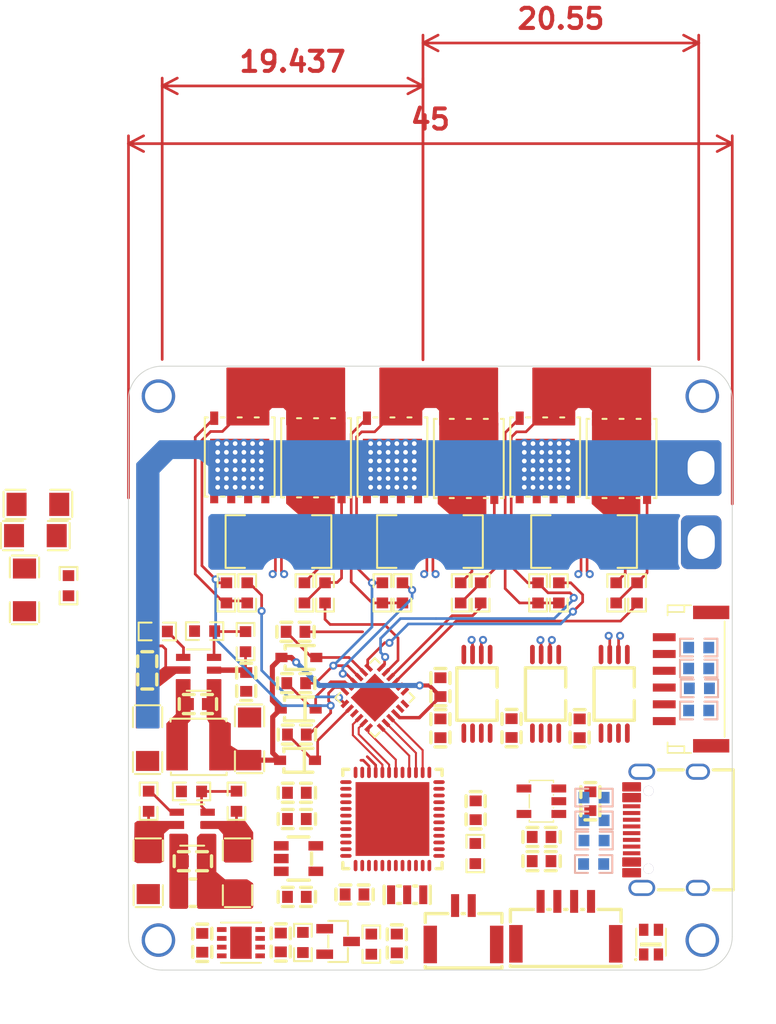
<source format=kicad_pcb>
(kicad_pcb (version 20241229) (generator "pcbnew") (generator_version "9.0")
  (layers (0 "F.Cu" signal) (4 "In1.Cu" signal) (6 "In2.Cu" signal) (2 "B.Cu" signal) (13 "F.Paste" user) (15 "B.Paste" user) (5 "F.SilkS" user "F.Silkscreen") (7 "B.SilkS" user "B.Silkscreen") (1 "F.Mask" user) (3 "B.Mask" user) (25 "Edge.Cuts" user))
  (net 0 "")
  (net 1 "GND")
  (net 2 "DCBUS")
  (net 3 "+12V")
  (net 4 "+5V")
  (net 5 "AGND")
  (net 6 "AVCC")
  (net 7 "VCC")
  (net 8 "/NRST")
  (net 9 "/VB_A")
  (net 10 "/SH_A")
  (net 11 "/VB_B")
  (net 12 "/SH_B")
  (net 13 "/SH_C")
  (net 14 "/VB_C")
  (net 15 "/CAN_H")
  (net 16 "/CAN_L")
  (net 17 "Net-(CN2-Pad2)")
  (net 18 "Net-(CN2-Pad5)")
  (net 19 "Net-(CN2-Pad3)")
  (net 20 "Net-(CN2-Pad4)")
  (net 21 "/GH_A")
  (net 22 "/GL_A")
  (net 23 "IA+")
  (net 24 "/GH_B")
  (net 25 "IB+")
  (net 26 "/GL_B")
  (net 27 "/GH_C")
  (net 28 "/GL_C")
  (net 29 "Net-(USBC1-CC1)")
  (net 30 "Net-(USBC1-CC2)")
  (net 31 "Net-(USBC1-DN2)")
  (net 32 "/USB_DM")
  (net 33 "/SPI1_MOSI")
  (net 34 "/E_CS")
  (net 35 "/SPI1_MISO")
  (net 36 "/SPI1_SCK")
  (net 37 "Net-(USBC1-DP2)")
  (net 38 "/USB_DP")
  (net 42 "/SW_DIO")
  (net 44 "/FDCAN_TX")
  (net 46 "/FDCAN_RX")
  (net 56 "/IB")
  (net 60 "/IC")
  (net 64 "/SPI3_MOSI")
  (net 65 "/O_IN")
  (net 66 "/IA")
  (net 67 "/SW_SCK")
  (net 68 "/O_OUT")
  (net 82 "Net-(Q1-G)")
  (net 83 "Net-(Q2-G)")
  (net 84 "Net-(Q3-G)")
  (net 85 "Net-(Q4-G)")
  (net 86 "Net-(Q5-G)")
  (net 87 "Net-(Q6-G)")
  (net 89 "/LIN3")
  (net 90 "/HIN1")
  (net 91 "/HIN3")
  (net 92 "/LIN2")
  (net 93 "/HIN2")
  (net 94 "/LIN1")
  (net 95 "Net-(U12-SW)")
  (net 96 "Net-(U12-EN)")
  (net 97 "Net-(U12-FB)")
  (net 98 "Net-(U13-SW)")
  (net 99 "Net-(U13-EN)")
  (net 100 "Net-(U13-FB)")
  (net 101 "/IC+")
  (net 102 "PGND")
  (footprint "EasyEDA:C0603" (layer "F.Cu") (at 188.49 130.365 180)
    (property "Reference" "C14" (hide yes))
    (property "Value" "100nf")
  )
  (footprint "EasyEDA:C0603" (layer "F.Cu") (at 180.95 120.465 -90)
    (property "Reference" "C29" (hide yes))
    (property "Value" "10uf")
  )
  (footprint "EasyEDA:C0603" (layer "F.Cu") (at 162.5 130.37 180)
    (property "Reference" "C10" (hide yes))
    (property "Value" "100nf")
  )
  (footprint "MountingHole:MountingHole_2.2mm_M2_DIN965_Pad" (layer "F.Cu") (at 200.375001 106.6)
    (property "Reference" "REF**" (hide yes))
    (property "Value" "MountingHole_2.2mm_M2_DIN965_Pad" (hide yes))
  )
  (footprint "EasyEDA:TSSOP-8_L4.4-W3.0-P0.65-LS6.4-BL" (layer "F.Cu") (at 183.675 117.9 180)
    (property "Reference" "U11" (hide yes))
    (property "Value" "INA240A1PWR")
  )
  (footprint "EasyEDA:R0603" (layer "F.Cu") (at 170.815 110.375 90)
    (property "Reference" "R32" (hide yes))
    (property "Value" "10k")
  )
  (footprint "EasyEDA:R0603" (layer "F.Cu") (at 153.23 109.84 -90)
    (property "Reference" "R35" (hide yes))
    (property "Value" "0r")
  )
  (footprint "EasyEDA:R0603" (layer "F.Cu") (at 163.375 113.225 180)
    (property "Reference" "R37" (hide yes))
    (property "Value" "604k")
  )
  (footprint "EasyEDA:DFN-8_L5.9-W5.2-P1.27-LS6.2-BL" (layer "F.Cu") (at 194.45 100.33)
    (property "Reference" "Q6" (hide yes))
    (property "Value" "HYG025N06LS1C2")
  )
  (footprint "EasyEDA:R0603" (layer "F.Cu") (at 166.55 110.375 -90)
    (property "Reference" "R22" (hide yes))
    (property "Value" "10r")
  )
  (footprint "EasyEDA:SOT-23-5_L3.0-W1.7-P0.95-LS2.8-BR" (layer "F.Cu") (at 188.475 125.9)
    (property "Reference" "U3" (hide yes))
    (property "Value" "LP5907QMFX-3.3Q1")
  )
  (footprint "EasyEDA:R0603" (layer "F.Cu") (at 183.95 110.375 90)
    (property "Reference" "R31" (hide yes))
    (property "Value" "10r")
  )
  (footprint "EasyEDA:C0603" (layer "F.Cu") (at 162.875 118.66 180)
    (property "Reference" "C27" (hide yes))
    (property "Value" "100nf")
  )
  (footprint "EasyEDA:DFN-8_L5.9-W5.2-P1.27-LS6.2-BL" (layer "F.Cu") (at 183.066 100.33)
    (property "Reference" "Q4" (hide yes))
    (property "Value" "HYG025N06LS1C2")
  )
  (footprint "EasyEDA:CONN-TH_2P-P1.25_XUNPU_WAFER-GH1.25-2PWB" (layer "F.Cu") (at 182.6625 135.125)
    (property "Reference" "CN1" (hide yes))
    (property "Value" "GH1.25")
  )
  (footprint "EasyEDA:C0603" (layer "F.Cu") (at 183.575 126.575 90)
    (property "Reference" "C25" (hide yes))
    (property "Value" "100nf")
  )
  (footprint "EasyEDA:C0603" (layer "F.Cu") (at 192.125 125.9 90)
    (property "Reference" "C12" (hide yes))
    (property "Value" "10uf")
  )
  (footprint "EasyEDA:R0603" (layer "F.Cu") (at 178.12 110.375 -90)
    (property "Reference" "R23" (hide yes))
    (property "Value" "10r")
  )
  (footprint "EasyEDA:R0603" (layer "F.Cu") (at 162.4 125.17 180)
    (property "Reference" "R8" (hide yes))
    (property "Value" "124k")
  )
  (footprint "EasyEDA:R0603" (layer "F.Cu") (at 170.7 136.425 90)
    (property "Reference" "R12" (hide yes))
    (property "Value" "120r")
  )
  (footprint "EasyEDA:SOT-23-6_L2.9-W1.6-P0.95-LS2.8-TL" (layer "F.Cu") (at 162.45 127.67 180)
    (property "Reference" "U12" (hide yes))
    (property "Value" "RY8411_C2935411")
  )
  (footprint "EasyEDA:IND-SMD_L4.0-W4.0" (layer "F.Cu") (at 162.925 121.85)
    (property "Reference" "L3" (hide yes))
    (property "Value" "33uh")
  )
  (footprint "EasyEDA:R0603" (layer "F.Cu") (at 165 110.375 90)
    (property "Reference" "R25" (hide yes))
    (property "Value" "10k")
  )
  (footprint "EasyEDA:C0603" (layer "F.Cu") (at 170.25 127.226667 180)
    (property "Reference" "C16" (hide yes))
    (property "Value" "10uf")
  )
  (footprint "EasyEDA:SOT-23-6_L2.9-W1.6-P0.95-LS2.8-TL" (layer "F.Cu") (at 162.9275 116.1325 180)
    (property "Reference" "U13" (hide yes))
    (property "Value" "RY8411_C2935411")
  )
  (footprint "EasyEDA:C0603" (layer "F.Cu") (at 163.2 136.45 90)
    (property "Reference" "C18" (hide yes))
    (property "Value" "100nf")
  )
  (footprint "EasyEDA:LED-SMD_4P-L2.0-W2.0-TL_WS2812B-2020" (layer "F.Cu") (at 196.65 136.4 90)
    (property "Reference" "LED1" (hide yes))
    (property "Value" "WS2812B-2020")
  )
  (footprint "EasyEDA:C0603" (layer "F.Cu") (at 170.25 133.03 180)
    (property "Reference" "C15" (hide yes))
    (property "Value" "10uf")
  )
  (footprint "EasyEDA:R0603" (layer "F.Cu") (at 159.2 125.9 90)
    (property "Reference" "R6" (hide yes))
    (property "Value" "100k")
  )
  (footprint "EasyEDA:R0603" (layer "F.Cu") (at 183.55 129.8 -90)
    (property "Reference" "R34" (hide yes))
    (property "Value" "0r")
  )
  (footprint "EasyEDA:DFN-8_L5.9-W5.2-P1.27-LS6.2-BL" (layer "F.Cu") (at 188.758 100.28 180)
    (property "Reference" "Q5" (hide yes))
    (property "Value" "HYG025N06LS1C2")
  )
  (footprint "EasyEDA:C0603" (layer "F.Cu") (at 159.1 116.15 -90)
    (property "Reference" "C35" (hide yes))
    (property "Value" "100nf")
  )
  (footprint "EasyEDA:DFN-8_L5.9-W5.2-P1.27-LS6.2-BL" (layer "F.Cu") (at 177.374 100.28 180)
    (property "Reference" "Q3" (hide yes))
    (property "Value" "HYG025N06LS1C2")
  )
  (footprint "EasyEDA:C0603" (layer "F.Cu") (at 191.325 120.465 -90)
    (property "Reference" "C31" (hide yes))
    (property "Value" "10uf")
  )
  (footprint "EasyEDA:R0603" (layer "F.Cu") (at 176.625 110.375 90)
    (property "Reference" "R26" (hide yes))
    (property "Value" "10k")
  )
  (footprint "MountingHole:MountingHole_2.2mm_M2_DIN965_Pad" (layer "F.Cu") (at 200.375001 101.05)
    (property "Reference" "REF**" (hide yes))
    (property "Value" "MountingHole_2.2mm_M2_DIN965_Pad" (hide yes))
  )
  (footprint "EasyEDA:R0603" (layer "F.Cu") (at 175.8 136.55 -90)
    (property "Reference" "R9" (hide yes))
    (property "Value" "10k")
  )
  (footprint "EasyEDA:SOT-23-3_L2.9-W1.3-P1.90-LS2.4-BR" (layer "F.Cu") (at 173.325 136.35 180)
    (property "Reference" "D1" (hide yes))
    (property "Value" "NUP2105LT1G_C2890118")
  )
  (footprint "EasyEDA:C1206" (layer "F.Cu") (at 149.95 110.15 90)
    (property "Reference" "C28" (hide yes))
    (property "Value" "22uf")
  )
  (footprint "" (layer "F.Cu") (at 200.4 106.6)
    (property "Reference" "")
    (property "Value" "")
  )
  (footprint "EasyEDA:IND-SMD_L2.5-W2.0" (layer "F.Cu") (at 162.5 132.72 180)
    (property "Reference" "L2" (hide yes))
    (property "Value" "4.7uh")
  )
  (footprint "EasyEDA:R0603" (layer "F.Cu") (at 188.225 110.375 90)
    (property "Reference" "R27" (hide yes))
    (property "Value" "10k")
  )
  (footprint "EasyEDA:C1206" (layer "F.Cu") (at 159.125 121.31 90)
    (property "Reference" "C9" (hide yes))
    (property "Value" "22uf")
  )
  (footprint "EasyEDA:OSC-SMD_3P-L3.2-W1.3-P1.20-L" (layer "F.Cu") (at 178.4725 132.87 180)
    (property "Reference" "X1" (hide yes))
    (property "Value" "8Mhz")
  )
  (footprint "EasyEDA:C0603" (layer "F.Cu") (at 177.7 136.5 -90)
    (property "Reference" "C20" (hide yes))
    (property "Value" "100nf")
  )
  (footprint "EasyEDA:C0603" (layer "F.Cu") (at 170.15 113.275 180)
    (property "Reference" "C22" (hide yes))
    (property "Value" "2uf")
  )
  (footprint "EasyEDA:C0603" (layer "F.Cu") (at 174.55 132.85)
    (property "Reference" "C26" (hide yes))
    (property "Value" "100nf")
  )
  (footprint "EasyEDA:R0603" (layer "F.Cu") (at 172.35 110.375 90)
    (property "Reference" "R33" (hide yes))
    (property "Value" "10r")
  )
  (footprint "EasyEDA:C1206" (layer "F.Cu") (at 150.76 106.11)
    (property "Reference" "C36" (hide yes))
    (property "Value" "22uf")
  )
  (footprint "EasyEDA:SOD-323_L1.6-W1.3-LS2.7-RD" (layer "F.Cu") (at 170.35 119.02 180)
    (property "Reference" "D3" (hide yes))
    (property "Value" "1N5819WS S4")
  )
  (footprint "EasyEDA:TSSOP-8_L4.4-W3.0-P0.65-LS6.4-BL" (layer "F.Cu") (at 193.9 117.9 180)
    (property "Reference" "U9" (hide yes))
    (property "Value" "INA240A1PWR")
  )
  (footprint "EasyEDA:HVSON-8_L3.0-W3.0-P0.65-BL-EP" (layer "F.Cu") (at 166.0825 136.4425 -90)
    (property "Reference" "U6" (hide yes))
    (property "Value" "TJA1044GTK/3Z")
  )
  (footprint "EasyEDA:C1206" (layer "F.Cu") (at 165.825 131.23 90)
    (property "Reference" "C11" (hide yes))
    (property "Value" "44uf")
  )
  (footprint "EasyEDA:C0603" (layer "F.Cu") (at 166.475 117.01 90)
    (property "Reference" "C33" (hide yes))
    (property "Value" "100nf")
  )
  (footprint "EasyEDA:R0603" (layer "F.Cu") (at 194.05 110.375 90)
    (property "Reference" "R29" (hide yes))
    (property "Value" "10k")
  )
  (footprint "" (layer "F.Cu") (at 168.85 94.9)
    (property "Reference" "")
    (property "Value" "")
  )
  (footprint "" (layer "F.Cu") (at 180.225 94.9)
    (property "Reference" "")
    (property "Value" "")
  )
  (footprint "EasyEDA:R0603" (layer "F.Cu") (at 165.75 125.9 -90)
    (property "Reference" "R7" (hide yes))
    (property "Value" "23.7k")
  )
  (footprint "EasyEDA:TSOT-23-5_L2.9-W1.6-P0.95-LS2.8-BR" (layer "F.Cu") (at 170.375 130.173333 180)
    (property "Reference" "U4" (hide yes))
    (property "Value" "XC6210B332MR_C424705")
  )
  (footprint "EasyEDA:C0603" (layer "F.Cu") (at 170.25 125.27)
    (property "Reference" "C17" (hide yes))
    (property "Value" "100nf")
  )
  (footprint "EasyEDA:TSSOP-8_L4.4-W3.0-P0.65-LS6.4-BL" (layer "F.Cu") (at 188.7875 117.9 180)
    (property "Reference" "U10" (hide yes))
    (property "Value" "INA240A1PWR")
  )
  (footprint "EasyEDA:CONN-SMD_4P-P1.25_XUNPU_WAFER-GH1.25-4PWB" (layer "F.Cu") (at 190.295 134.945)
    (property "Reference" "U7" (hide yes))
    (property "Value" "GH1.25-4P")
  )
  (footprint "EasyEDA:R2512" (layer "F.Cu") (at 191.655 106.55 180)
    (property "Reference" "R21" (hide yes))
    (property "Value" "3mr")
  )
  (footprint "EasyEDA:C1206" (layer "F.Cu") (at 159.175 131.23 90)
    (property "Reference" "C8" (hide yes))
    (property "Value" "22uf")
  )
  (footprint "EasyEDA:C0603" (layer "F.Cu") (at 180.95 117.4 -90)
    (property "Reference" "C21" (hide yes))
    (property "Value" "10uf")
  )
  (footprint "EasyEDA:C0603" (layer "F.Cu") (at 170.2 117.105 180)
    (property "Reference" "C23" (hide yes))
    (property "Value" "2uf")
  )
  (footprint "EasyEDA:SOD-323_L1.6-W1.3-LS2.7-RD" (layer "F.Cu") (at 170.3 122.85 180)
    (property "Reference" "D4" (hide yes))
    (property "Value" "1N5819WS S4")
  )
  (footprint "EasyEDA:R0603" (layer "F.Cu") (at 189.775 110.375 -90)
    (property "Reference" "R24" (hide yes))
    (property "Value" "10r")
  )
  (footprint "EasyEDA:R2512" (layer "F.Cu") (at 168.88 106.55 180)
    (property "Reference" "R19" (hide yes))
    (property "Value" "3mr")
  )
  (footprint "EasyEDA:C0603" (layer "F.Cu") (at 169.05 136.425 90)
    (property "Reference" "C19" (hide yes))
    (property "Value" "100nf")
  )
  (footprint "EasyEDA:C1206" (layer "F.Cu") (at 150.95 103.78)
    (property "Reference" "C32" (hide yes))
    (property "Value" "22uf")
  )
  (footprint "EasyEDA:SOD-323_L1.6-W1.3-LS2.7-RD" (layer "F.Cu") (at 170.4 115.19 180)
    (property "Reference" "D2" (hide yes))
    (property "Value" "1N5819WS S4")
  )
  (footprint "EasyEDA:C0603" (layer "F.Cu") (at 186.25 120.45 -90)
    (property "Reference" "C30" (hide yes))
    (property "Value" "10uf")
  )
  (footprint "EasyEDA:R2512" (layer "F.Cu") (at 180.1705 106.55 180)
    (property "Reference" "R20" (hide yes))
    (property "Value" "3mr")
  )
  (footprint "" (layer "F.Cu") (at 191.6 94.9)
    (property "Reference" "")
    (property "Value" "")
  )
  (footprint "EasyEDA:C1206" (layer "F.Cu") (at 166.725 121.25 90)
    (property "Reference" "C34" (hide yes))
    (property "Value" "44uf")
  )
  (footprint "EasyEDA:QFN-24_L4.0-W4.0-P0.50-BL-EP2.6" (layer "F.Cu") (at 176.065543 118.180904 45)
    (property "Reference" "U8" (hide yes))
    (property "Value" "FD6288Q_C328453")
  )
  (footprint "EasyEDA:USB-C_SMD-TYPE-C-31-M-12_1" (layer "F.Cu") (at 197.67 128.03 90)
    (property "Reference" "USBC1" (hide yes))
    (property "Value" "TYPE-C-31-M-12")
  )
  (footprint "EasyEDA:C0603" (layer "F.Cu") (at 188.49 128.565 180)
    (property "Reference" "C13" (hide yes))
    (property "Value" "10uf")
  )
  (footprint "EasyEDA:DFN-8_L5.9-W5.2-P1.27-LS6.2-BL" (layer "F.Cu") (at 165.99 100.28 180)
    (property "Reference" "Q1" (hide yes))
    (property "Value" "HYG025N06LS1C2")
  )
  (footprint "EasyEDA:R0603" (layer "F.Cu") (at 195.605 110.375 90)
    (property "Reference" "R28" (hide yes))
    (property "Value" "10r")
  )
  (footprint "EasyEDA:DFN-8_L5.9-W5.2-P1.27-LS6.2-BL" (layer "F.Cu") (at 171.682 100.28)
    (property "Reference" "Q2" (hide yes))
    (property "Value" "HYG025N06LS1C2")
  )
  (footprint "EasyEDA:CONN-TH_SM06B-GHS-TB-LF-SN" (layer "F.Cu") (at 199.38 116.8 90)
    (property "Reference" "CN2" (hide yes))
    (property "Value" "SM06B-GHS-TB(LF)(SN)")
  )
  (footprint "EasyEDA:VQFN-48_L7.0-W7.0-P0.50-BL-EP5.5" (layer "F.Cu") (at 177.375 127.225)
    (property "Reference" "U5" (hide yes))
    (property "Value" "STM32G431CBU6")
  )
  (footprint "EasyEDA:R0603" (layer "F.Cu") (at 159.85 113.25)
    (property "Reference" "R36" (hide yes))
    (property "Value" "100k")
  )
  (footprint "EasyEDA:R0603" (layer "F.Cu") (at 166.425 114.01 -90)
    (property "Reference" "R38" (hide yes))
    (property "Value" "43k")
  )
  (footprint "EasyEDA:C0603" (layer "F.Cu") (at 170.25 120.935 180)
    (property "Reference" "C24" (hide yes))
    (property "Value" "2uf")
  )
  (footprint "EasyEDA:R0603" (layer "F.Cu") (at 182.46 110.375 90)
    (property "Reference" "R30" (hide yes))
    (property "Value" "10k")
  )
  (footprint "EasyEDA:R0603" (layer "B.Cu") (at 192.3975 127.33 180)
    (property "Reference" "R10" (hide yes))
    (property "Value" "4.7k")
  )
  (footprint "EasyEDA:R0603" (layer "B.Cu") (at 200.2 114.45 180)
    (property "Reference" "R14" (hide yes))
    (property "Value" "22r")
  )
  (footprint "EasyEDA:R0603" (layer "B.Cu") (at 200.2 119.14 180)
    (property "Reference" "R17" (hide yes))
    (property "Value" "22r")
  )
  (footprint "EasyEDA:R0603" (layer "B.Cu") (at 200.2 116.01 180)
    (property "Reference" "R15" (hide yes))
    (property "Value" "22r")
  )
  (footprint "EasyEDA:R0603" (layer "B.Cu") (at 192.3975 125.63 180)
    (property "Reference" "R13" (hide yes))
    (property "Value" "22r")
  )
  (footprint "EasyEDA:R0603" (layer "B.Cu") (at 192.3975 128.83 180)
    (property "Reference" "R11" (hide yes))
    (property "Value" "4.7k")
  )
  (footprint "EasyEDA:R0603" (layer "B.Cu") (at 200.25 117.49 180)
    (property "Reference" "R16" (hide yes))
    (property "Value" "22r")
  )
  (footprint "EasyEDA:R0603" (layer "B.Cu") (at 192.37 130.58 180)
    (property "Reference" "R18" (hide yes))
    (property "Value" "22r")
  )
  (gr_line (start 202.7 135.982234) (end 202.7 95.982234) (stroke (width 0.064516)) (layer "Edge.Cuts"))
  (gr_line (start 157.7 135.982233) (end 157.7 95.982235) (stroke (width 0.064516)) (layer "Edge.Cuts"))
  (gr_arc (start 202.7 135.982234) (mid 201.967767 137.750001) (end 200.2 138.482234) (stroke (width 0.064516)) (layer "Edge.Cuts"))
  (gr_arc (start 160.199999 138.482234) (mid 158.432232 137.75) (end 157.7 135.982233) (stroke (width 0.064516)) (layer "Edge.Cuts"))
  (gr_circle (center 181.2 118.807234) (end 181.21 118.807234) (stroke (width 0.0001)) (fill yes) (layer "Edge.Cuts"))
  (gr_line (start 160.199999 138.482234) (end 200.2 138.482234) (stroke (width 0.064516)) (layer "Edge.Cuts"))
  (gr_arc (start 200.2 93.482234) (mid 201.967767 94.214467) (end 202.7 95.982234) (stroke (width 0.064516)) (layer "Edge.Cuts"))
  (gr_line (start 179.65 93.482234) (end 200.2 93.482234) (stroke (width 0.064516)) (layer "Edge.Cuts"))
  (gr_line (start 160.2 93.482234) (end 179.65 93.482234) (stroke (width 0.064516)) (layer "Edge.Cuts"))
  (gr_arc (start 157.7 95.982235) (mid 158.432233 94.214467) (end 160.2 93.482234) (stroke (width 0.064516)) (layer "Edge.Cuts"))
  (dimension (type orthogonal) (layer "F.Cu") (pts (xy 179.65 93.5) (xy 200.2 93.482234)) (height -24.1) (orientation 0) (format (prefix "") (suffix "") (units 3) (units_format 0) (precision 4) (suppress_zeroes yes)) (style (thickness 0.2) (arrow_length 1.27) (text_position_mode 0) (arrow_direction outward) (extension_height 0.58642) (extension_offset 0.5) (keep_text_aligned yes)) (gr_text "20.55" (at 189.925 67.6 0) (layer "F.Cu") (effects (font (size 1.5 1.5) (thickness 0.3)))))
  (dimension (type orthogonal) (layer "F.Cu") (pts (xy 160.213038 93.482234) (xy 179.65 93.5)) (height -20.882234) (orientation 0) (format (prefix "") (suffix "") (units 3) (units_format 0) (precision 4) (suppress_zeroes yes)) (style (thickness 0.2) (arrow_length 1.27) (text_position_mode 0) (arrow_direction outward) (extension_height 0.58642) (extension_offset 0.5) (keep_text_aligned yes)) (gr_text "19.437" (at 169.931519 70.8 0) (layer "F.Cu") (effects (font (size 1.5 1.5) (thickness 0.3)))))
  (dimension (type orthogonal) (layer "F.Cu") (pts (xy 157.7 103.8) (xy 202.7 104.25)) (height -26.9) (orientation 0) (format (prefix "") (suffix "") (units 3) (units_format 0) (precision 4) (suppress_zeroes yes)) (style (thickness 0.2) (arrow_length 1.27) (text_position_mode 0) (arrow_direction outward) (extension_height 0.58642) (extension_offset 0.5) (keep_text_aligned yes)) (gr_text "45" (at 180.2 75.1 0) (layer "F.Cu") (effects (font (size 1.5 1.5) (thickness 0.3)))))
  (via (at 159.932233 95.714434) (size 2.5) (drill 2) (layers "F.Cu" "B.Cu") (net 0))
  (via (at 159.932232 136.250013) (size 2.5) (drill 2) (layers "F.Cu" "B.Cu") (net 0))
  (via (at 200.467767 136.250001) (size 2.5) (drill 2) (layers "F.Cu" "B.Cu") (net 0))
  (segment (start 166.2975 116.1325) (end 166.475 116.31) (width 0.4064) (layer "F.Cu") (net 1))
  (segment (start 164.0775 116.1325) (end 166.2975 116.1325) (width 0.4064) (layer "F.Cu") (net 1))
  (segment (start 166.425 116.26) (end 166.475 116.31) (width 0.2) (layer "F.Cu") (net 1))
  (segment (start 165.75 126.65) (end 165.75 127.57) (width 0.2) (layer "F.Cu") (net 1))
  (segment (start 166.425 114.76) (end 166.425 116.26) (width 0.2) (layer "F.Cu") (net 1))
  (segment (start 159.6 114.325) (end 160.225 114.325) (width 0.2032) (layer "F.Cu") (net 2))
  (segment (start 160.475 114.575) (end 160.475 115.975) (width 0.2032) (layer "F.Cu") (net 2))
  (segment (start 160.225 114.325) (end 160.475 114.575) (width 0.2032) (layer "F.Cu") (net 2))
  (segment (start 159.375 114.325) (end 159.6 114.325) (width 0.2032) (layer "F.Cu") (net 2))
  (segment (start 159.1 113.25) (end 159.1 114.05) (width 0.2032) (layer "F.Cu") (net 2))
  (segment (start 159.1 114.05) (end 159.375 114.325) (width 0.2032) (layer "F.Cu") (net 2))
  (via (at 176.4 102.5) (size 0.7) (drill 0.35) (layers "F.Cu" "B.Cu") (net 2))
  (via (at 166.3 102.5) (size 0.7) (drill 0.35) (layers "F.Cu" "B.Cu") (net 2))
  (via (at 166.3 99.25) (size 0.7) (drill 0.35) (layers "F.Cu" "B.Cu") (net 2))
  (via (at 165.65 100.55) (size 0.7) (drill 0.35) (layers "F.Cu" "B.Cu") (net 2))
  (via (at 187.85 99.25) (size 0.7) (drill 0.35) (layers "F.Cu" "B.Cu") (net 2))
  (via (at 188.5 102.5) (size 0.7) (drill 0.35) (layers "F.Cu" "B.Cu") (net 2))
  (via (at 189.15 99.9) (size 0.7) (drill 0.35) (layers "F.Cu" "B.Cu") (net 2))
  (via (at 176.4 101.2) (size 0.7) (drill 0.35) (layers "F.Cu" "B.Cu") (net 2))
  (via (at 165 102.5) (size 0.7) (drill 0.35) (layers "F.Cu" "B.Cu") (net 2))
  (via (at 190.45 101.2) (size 0.7) (drill 0.35) (layers "F.Cu" "B.Cu") (net 2))
  (via (at 188.5 100.55) (size 0.7) (drill 0.35) (layers "F.Cu" "B.Cu") (net 2))
  (via (at 176.4 99.25) (size 0.7) (drill 0.35) (layers "F.Cu" "B.Cu") (net 2))
  (via (at 188.5 101.85) (size 0.7) (drill 0.35) (layers "F.Cu" "B.Cu") (net 2))
  (via (at 166.3 101.85) (size 0.7) (drill 0.35) (layers "F.Cu" "B.Cu") (net 2))
  (via (at 165.65 99.25) (size 0.7) (drill 0.35) (layers "F.Cu" "B.Cu") (net 2))
  (via (at 189.8 100.55) (size 0.7) (drill 0.35) (layers "F.Cu" "B.Cu") (net 2))
  (via (at 189.15 101.2) (size 0.7) (drill 0.35) (layers "F.Cu" "B.Cu") (net 2))
  (via (at 175.75 99.25) (size 0.7) (drill 0.35) (layers "F.Cu" "B.Cu") (net 2))
  (via (at 177.05 99.25) (size 0.7) (drill 0.35) (layers "F.Cu" "B.Cu") (net 2))
  (via (at 176.4 99.9) (size 0.7) (drill 0.35) (layers "F.Cu" "B.Cu") (net 2))
  (via (at 175.75 101.2) (size 0.7) (drill 0.35) (layers "F.Cu" "B.Cu") (net 2))
  (via (at 189.15 100.55) (size 0.7) (drill 0.35) (layers "F.Cu" "B.Cu") (net 2))
  (via (at 165 101.85) (size 0.7) (drill 0.35) (layers "F.Cu" "B.Cu") (net 2))
  (via (at 166.95 101.85) (size 0.7) (drill 0.35) (layers "F.Cu" "B.Cu") (net 2))
  (via (at 177.05 101.85) (size 0.7) (drill 0.35) (layers "F.Cu" "B.Cu") (net 2))
  (via (at 187.85 99.9) (size 0.7) (drill 0.35) (layers "F.Cu" "B.Cu") (net 2))
  (via (at 178.35 101.85) (size 0.7) (drill 0.35) (layers "F.Cu" "B.Cu") (net 2))
  (via (at 166.3 99.9) (size 0.7) (drill 0.35) (layers "F.Cu" "B.Cu") (net 2))
  (via (at 188.5 99.9) (size 0.7) (drill 0.35) (layers "F.Cu" "B.Cu") (net 2))
  (via (at 165.65 101.2) (size 0.7) (drill 0.35) (layers "F.Cu" "B.Cu") (net 2))
  (via (at 187.2 99.9) (size 0.7) (drill 0.35) (layers "F.Cu" "B.Cu") (net 2))
  (via (at 165 99.25) (size 0.7) (drill 0.35) (layers "F.Cu" "B.Cu") (net 2))
  (via (at 164.35 101.85) (size 0.7) (drill 0.35) (layers "F.Cu" "B.Cu") (net 2))
  (via (at 165.65 101.85) (size 0.7) (drill 0.35) (layers "F.Cu" "B.Cu") (net 2))
  (via (at 164.35 100.55) (size 0.7) (drill 0.35) (layers "F.Cu" "B.Cu") (net 2))
  (via (at 177.7 99.25) (size 0.7) (drill 0.35) (layers "F.Cu" "B.Cu") (net 2))
  (via (at 166.3 100.55) (size 0.7) (drill 0.35) (layers "F.Cu" "B.Cu") (net 2))
  (via (at 190.45 100.55) (size 0.7) (drill 0.35) (layers "F.Cu" "B.Cu") (net 2))
  (via (at 187.2 100.55) (size 0.7) (drill 0.35) (layers "F.Cu" "B.Cu") (net 2))
  (via (at 176.4 100.55) (size 0.7) (drill 0.35) (layers "F.Cu" "B.Cu") (net 2))
  (via (at 189.8 101.2) (size 0.7) (drill 0.35) (layers "F.Cu" "B.Cu") (net 2))
  (via (at 167.6 102.5) (size 0.7) (drill 0.35) (layers "F.Cu" "B.Cu") (net 2))
  (via (at 189.8 99.9) (size 0.7) (drill 0.35) (layers "F.Cu" "B.Cu") (net 2))
  (via (at 165.65 102.5) (size 0.7) (drill 0.35) (layers "F.Cu" "B.Cu") (net 2))
  (via (at 188.5 101.2) (size 0.7) (drill 0.35) (layers "F.Cu" "B.Cu") (net 2))
  (via (at 177.7 102.5) (size 0.7) (drill 0.35) (layers "F.Cu" "B.Cu") (net 2))
  (via (at 188.5 99.25) (size 0.7) (drill 0.35) (layers "F.Cu" "B.Cu") (net 2))
  (via (at 166.95 102.5) (size 0.7) (drill 0.35) (layers "F.Cu" "B.Cu") (net 2))
  (via (at 179 102.5) (size 0.7) (drill 0.35) (layers "F.Cu" "B.Cu") (net 2))
  (via (at 166.95 99.25) (size 0.7) (drill 0.35) (layers "F.Cu" "B.Cu") (net 2))
  (via (at 189.15 99.25) (size 0.7) (drill 0.35) (layers "F.Cu" "B.Cu") (net 2))
  (via (at 187.2 101.2) (size 0.7) (drill 0.35) (layers "F.Cu" "B.Cu") (net 2))
  (via (at 189.15 101.85) (size 0.7) (drill 0.35) (layers "F.Cu" "B.Cu") (net 2))
  (via (at 189.8 101.85) (size 0.7) (drill 0.35) (layers "F.Cu" "B.Cu") (net 2))
  (via (at 167.6 100.55) (size 0.7) (drill 0.35) (layers "F.Cu" "B.Cu") (net 2))
  (via (at 200.467767 95.714482) (size 2.5) (drill 2) (layers "F.Cu" "B.Cu") (net 2))
  (via (at 187.85 101.85) (size 0.7) (drill 0.35) (layers "F.Cu" "B.Cu") (net 2))
  (via (at 189.15 102.5) (size 0.7) (drill 0.35) (layers "F.Cu" "B.Cu") (net 2))
  (via (at 179 101.85) (size 0.7) (drill 0.35) (layers "F.Cu" "B.Cu") (net 2))
  (via (at 175.75 102.5) (size 0.7) (drill 0.35) (layers "F.Cu" "B.Cu") (net 2))
  (via (at 179 99.9) (size 0.7) (drill 0.35) (layers "F.Cu" "B.Cu") (net 2))
  (via (at 187.2 102.5) (size 0.7) (drill 0.35) (layers "F.Cu" "B.Cu") (net 2))
  (via (at 177.05 102.5) (size 0.7) (drill 0.35) (layers "F.Cu" "B.Cu") (net 2))
  (via (at 178.35 101.2) (size 0.7) (drill 0.35) (layers "F.Cu" "B.Cu") (net 2))
  (via (at 189.8 99.25) (size 0.7) (drill 0.35) (layers "F.Cu" "B.Cu") (net 2))
  (via (at 178.35 102.5) (size 0.7) (drill 0.35) (layers "F.Cu" "B.Cu") (net 2))
  (via (at 179 101.2) (size 0.7) (drill 0.35) (layers "F.Cu" "B.Cu") (net 2))
  (via (at 177.7 100.55) (size 0.7) (drill 0.35) (layers "F.Cu" "B.Cu") (net 2))
  (via (at 179 100.55) (size 0.7) (drill 0.35) (layers "F.Cu" "B.Cu") (net 2))
  (via (at 166.3 101.2) (size 0.7) (drill 0.35) (layers "F.Cu" "B.Cu") (net 2))
  (via (at 164.35 102.5) (size 0.7) (drill 0.35) (layers "F.Cu" "B.Cu") (net 2))
  (via (at 190.45 102.5) (size 0.7) (drill 0.35) (layers "F.Cu" "B.Cu") (net 2))
  (via (at 190.45 99.9) (size 0.7) (drill 0.35) (layers "F.Cu" "B.Cu") (net 2))
  (via (at 190.45 101.85) (size 0.7) (drill 0.35) (layers "F.Cu" "B.Cu") (net 2))
  (via (at 175.75 101.85) (size 0.7) (drill 0.35) (layers "F.Cu" "B.Cu") (net 2))
  (via (at 189.8 102.5) (size 0.7) (drill 0.35) (layers "F.Cu" "B.Cu") (net 2))
  (via (at 178.35 99.25) (size 0.7) (drill 0.35) (layers "F.Cu" "B.Cu") (net 2))
  (via (at 164.35 101.2) (size 0.7) (drill 0.35) (layers "F.Cu" "B.Cu") (net 2))
  (via (at 178.35 100.55) (size 0.7) (drill 0.35) (layers "F.Cu" "B.Cu") (net 2))
  (via (at 179 99.25) (size 0.7) (drill 0.35) (layers "F.Cu" "B.Cu") (net 2))
  (via (at 177.05 99.9) (size 0.7) (drill 0.35) (layers "F.Cu" "B.Cu") (net 2))
  (via (at 187.85 102.5) (size 0.7) (drill 0.35) (layers "F.Cu" "B.Cu") (net 2))
  (via (at 167.6 101.85) (size 0.7) (drill 0.35) (layers "F.Cu" "B.Cu") (net 2))
  (via (at 167.6 101.2) (size 0.7) (drill 0.35) (layers "F.Cu" "B.Cu") (net 2))
  (via (at 166.95 100.55) (size 0.7) (drill 0.35) (layers "F.Cu" "B.Cu") (net 2))
  (via (at 165 99.9) (size 0.7) (drill 0.35) (layers "F.Cu" "B.Cu") (net 2))
  (via (at 177.05 101.2) (size 0.7) (drill 0.35) (layers "F.Cu" "B.Cu") (net 2))
  (via (at 166.95 99.9) (size 0.7) (drill 0.35) (layers "F.Cu" "B.Cu") (net 2))
  (via (at 164.35 99.25) (size 0.7) (drill 0.35) (layers "F.Cu" "B.Cu") (net 2))
  (via (at 165 100.55) (size 0.7) (drill 0.35) (layers "F.Cu" "B.Cu") (net 2))
  (via (at 165.65 99.9) (size 0.7) (drill 0.35) (layers "F.Cu" "B.Cu") (net 2))
  (via (at 177.7 101.85) (size 0.7) (drill 0.35) (layers "F.Cu" "B.Cu") (net 2))
  (via (at 187.85 101.2) (size 0.7) (drill 0.35) (layers "F.Cu" "B.Cu") (net 2))
  (via (at 177.7 99.9) (size 0.7) (drill 0.35) (layers "F.Cu" "B.Cu") (net 2))
  (via (at 167.6 99.25) (size 0.7) (drill 0.35) (layers "F.Cu" "B.Cu") (net 2))
  (via (at 178.35 99.9) (size 0.7) (drill 0.35) (layers "F.Cu" "B.Cu") (net 2))
  (via (at 166.95 101.2) (size 0.7) (drill 0.35) (layers "F.Cu" "B.Cu") (net 2))
  (via (at 177.05 100.55) (size 0.7) (drill 0.35) (layers "F.Cu" "B.Cu") (net 2))
  (via (at 164.35 99.9) (size 0.7) (drill 0.35) (layers "F.Cu" "B.Cu") (net 2))
  (via (at 176.4 101.85) (size 0.7) (drill 0.35) (layers "F.Cu" "B.Cu") (net 2))
  (via (at 187.85 100.55) (size 0.7) (drill 0.35) (layers "F.Cu" "B.Cu") (net 2))
  (via (at 167.6 99.9) (size 0.7) (drill 0.35) (layers "F.Cu" "B.Cu") (net 2))
  (via (at 165 101.2) (size 0.7) (drill 0.35) (layers "F.Cu" "B.Cu") (net 2))
  (via (at 177.7 101.2) (size 0.7) (drill 0.35) (layers "F.Cu" "B.Cu") (net 2))
  (via (at 175.75 100.55) (size 0.7) (drill 0.35) (layers "F.Cu" "B.Cu") (net 2))
  (via (at 190.45 99.25) (size 0.7) (drill 0.35) (layers "F.Cu" "B.Cu") (net 2))
  (via (at 187.2 99.25) (size 0.7) (drill 0.35) (layers "F.Cu" "B.Cu") (net 2))
  (via (at 175.75 99.9) (size 0.7) (drill 0.35) (layers "F.Cu" "B.Cu") (net 2))
  (via (at 187.2 101.85) (size 0.7) (drill 0.35) (layers "F.Cu" "B.Cu") (net 2))
  (segment (start 169.05 119.02) (end 168.425 118.395) (width 0.381) (layer "F.Cu") (net 3))
  (segment (start 177.913193 119.675) (end 179.375 119.675) (width 0.254) (layer "F.Cu") (net 3))
  (segment (start 168.45 122.3) (end 168.45 119.62) (width 0.381) (layer "F.Cu") (net 3))
  (segment (start 168.45 119.62) (end 169.05 119.02) (width 0.381) (layer "F.Cu") (net 3))
  (segment (start 169.84 115.19) (end 170.2 115.55) (width 0.381) (layer "F.Cu") (net 3))
  (segment (start 159.2 126.65) (end 159.2 127.62) (width 0.2) (layer "F.Cu") (net 3))
  (segment (start 180.125 117.275) (end 180.95 118.1) (width 0.3048) (layer "F.Cu") (net 3))
  (segment (start 169 122.85) (end 168.45 122.3) (width 0.381) (layer "F.Cu") (net 3))
  (segment (start 169.1 115.19) (end 169.84 115.19) (width 0.381) (layer "F.Cu") (net 3))
  (segment (start 168.425 115.865) (end 169.1 115.19) (width 0.381) (layer "F.Cu") (net 3))
  (segment (start 168.99 122.84) (end 169 122.85) (width 0.381) (layer "F.Cu") (net 3))
  (segment (start 179.4 117.275) (end 180.125 117.275) (width 0.3048) (layer "F.Cu") (net 3))
  (segment (start 179.375 119.675) (end 180.95 118.1) (width 0.254) (layer "F.Cu") (net 3))
  (segment (start 168.425 118.395) (end 168.425 115.865) (width 0.381) (layer "F.Cu") (net 3))
  (segment (start 166.725 122.84) (end 168.99 122.84) (width 0.381) (layer "F.Cu") (net 3))
  (segment (start 177.592894 119.354701) (end 177.913193 119.675) (width 0.254) (layer "F.Cu") (net 3))
  (via (at 170.2 115.55) (size 0.6) (drill 0.3) (layers "F.Cu" "B.Cu") (net 3))
  (via (at 179.4 117.275) (size 0.6) (drill 0.3) (layers "F.Cu" "B.Cu") (net 3))
  (segment (start 171.925 117.275) (end 170.2 115.55) (width 0.381) (layer "B.Cu") (net 3))
  (segment (start 179.4 117.275) (end 171.925 117.275) (width 0.381) (layer "B.Cu") (net 3))
  (segment (start 175.245299 116.3) (end 174.135299 115.19) (width 0.2) (layer "F.Cu") (net 9))
  (segment (start 171.365 115.19) (end 169.45 113.275) (width 0.2) (layer "F.Cu") (net 9))
  (segment (start 174.135299 115.19) (end 171.7 115.19) (width 0.2) (layer "F.Cu") (net 9))
  (segment (start 171.7 115.19) (end 171.365 115.19) (width 0.2) (layer "F.Cu") (net 9))
  (segment (start 190.885 110.645) (end 190.61 110.37) (width 0.2) (layer "F.Cu") (net 10))
  (segment (start 190.885 110.745) (end 190.885 110.645) (width 0.2) (layer "F.Cu") (net 10))
  (segment (start 186.625 98.375) (end 187.325 98.375) (width 0.2) (layer "F.Cu") (net 10))
  (segment (start 186.225 98.775) (end 186.625 98.375) (width 0.2) (layer "F.Cu") (net 10))
  (segment (start 175.15 113.275) (end 170.85 113.275) (width 0.2) (layer "F.Cu") (net 10))
  (segment (start 176.83 115.04) (end 176.87 115) (width 0.2) (layer "F.Cu") (net 10))
  (segment (start 176.79 115.68868) (end 176.532233 115.946447) (width 0.2) (layer "F.Cu") (net 10))
  (segment (start 188.128 97.572) (end 188.128 97.36) (width 0.2) (layer "F.Cu") (net 10))
  (segment (start 187.45 109.625) (end 186.225 108.4) (width 0.2) (layer "F.Cu") (net 10))
  (segment (start 186.225 108.4) (end 186.225 98.775) (width 0.2) (layer "F.Cu") (net 10))
  (segment (start 188.97 110.37) (end 188.225 109.625) (width 0.2) (layer "F.Cu") (net 10))
  (segment (start 176.83 115.15) (end 176.79 115.19) (width 0.2) (layer "F.Cu") (net 10))
  (segment (start 190.61 110.37) (end 188.97 110.37) (width 0.2) (layer "F.Cu") (net 10))
  (segment (start 176.79 115.19) (end 176.79 115.68868) (width 0.2) (layer "F.Cu") (net 10))
  (segment (start 188.225 109.625) (end 187.45 109.625) (width 0.2) (layer "F.Cu") (net 10))
  (segment (start 187.325 98.375) (end 188.128 97.572) (width 0.2) (layer "F.Cu") (net 10))
  (segment (start 176.83 115.15) (end 176.83 115.04) (width 0.2) (layer "F.Cu") (net 10))
  (via (at 190.885 110.745) (size 0.6) (drill 0.3) (layers "F.Cu" "B.Cu") (net 10))
  (via (at 176.83 115.15) (size 0.6) (drill 0.3) (layers "F.Cu" "B.Cu") (net 10))
  (segment (start 180.62 112.289) (end 188.91 112.289) (width 0.2) (layer "B.Cu") (net 10))
  (segment (start 189.441 112.289) (end 190.53 111.2) (width 0.2) (layer "B.Cu") (net 10))
  (segment (start 177.971 112.289) (end 180.62 112.289) (width 0.2) (layer "B.Cu") (net 10))
  (segment (start 176.49 113.77) (end 177.971 112.289) (width 0.2) (layer "B.Cu") (net 10))
  (segment (start 188.91 112.289) (end 189.441 112.289) (width 0.2) (layer "B.Cu") (net 10))
  (segment (start 190.53 111.2) (end 190.94 110.79) (width 0.2) (layer "B.Cu") (net 10))
  (segment (start 176.49 114.81) (end 176.49 113.77) (width 0.2) (layer "B.Cu") (net 10))
  (segment (start 176.83 115.15) (end 176.49 114.81) (width 0.2) (layer "B.Cu") (net 10))
  (segment (start 172.775 117) (end 171.65 118.125) (width 0.2) (layer "F.Cu") (net 11))
  (segment (start 171.65 119.02) (end 171.415 119.02) (width 0.2032) (layer "F.Cu") (net 11))
  (segment (start 174.184639 117.36066) (end 173.823979 117) (width 0.2) (layer "F.Cu") (net 11))
  (segment (start 171.65 118.125) (end 171.65 119.02) (width 0.2) (layer "F.Cu") (net 11))
  (segment (start 171.415 119.02) (end 169.5 117.105) (width 0.2032) (layer "F.Cu") (net 11))
  (segment (start 173.823979 117) (end 172.775 117) (width 0.2) (layer "F.Cu") (net 11))
  (segment (start 176.05 98.375) (end 176.744 97.681) (width 0.2) (layer "F.Cu") (net 12))
  (segment (start 171.645 117.105) (end 170.9 117.105) (width 0.2) (layer "F.Cu") (net 12))
  (segment (start 175.082 98.375) (end 176.05 98.375) (width 0.2) (layer "F.Cu") (net 12))
  (segment (start 176.625 109.625) (end 175.85 109.625) (width 0.2) (layer "F.Cu") (net 12))
  (segment (start 174.701 108.476) (end 174.701 98.756) (width 0.2) (layer "F.Cu") (net 12))
  (segment (start 175.85 109.625) (end 174.701 108.476) (width 0.2) (layer "F.Cu") (net 12))
  (segment (start 172.97 115.799) (end 172.951 115.799) (width 0.2) (layer "F.Cu") (net 12))
  (segment (start 172.951 115.799) (end 171.645 117.105) (width 0.2) (layer "F.Cu") (net 12))
  (segment (start 176.744 97.681) (end 176.744 97.36) (width 0.2) (layer "F.Cu") (net 12))
  (segment (start 174.037193 115.799) (end 172.97 115.799) (width 0.2) (layer "F.Cu") (net 12))
  (segment (start 174.701 98.756) (end 175.082 98.375) (width 0.2) (layer "F.Cu") (net 12))
  (segment (start 174.891746 116.653553) (end 174.037193 115.799) (width 0.2) (layer "F.Cu") (net 12))
  (via (at 172.97 115.799) (size 0.6) (drill 0.3) (layers "F.Cu" "B.Cu") (net 12))
  (via (at 175.85 109.625) (size 0.6) (drill 0.3) (layers "F.Cu" "B.Cu") (net 12))
  (segment (start 175.85 112.919) (end 172.97 115.799) (width 0.2) (layer "B.Cu") (net 12))
  (segment (start 175.85 109.625) (end 175.85 112.919) (width 0.2) (layer "B.Cu") (net 12))
  (segment (start 172.77 119.32) (end 171.98 120.11) (width 0.2) (layer "F.Cu") (net 13))
  (segment (start 172.77 118.59) (end 172.77 118.78) (width 0.2) (layer "F.Cu") (net 13))
  (segment (start 172.62 117.84) (end 172.62 118.44) (width 0.2) (layer "F.Cu") (net 13))
  (segment (start 164.85 109.625) (end 164.45 109.625) (width 0.2) (layer "F.Cu") (net 13))
  (segment (start 165 109.475) (end 164.85 109.625) (width 0.2) (layer "F.Cu") (net 13))
  (segment (start 173.831086 117.714214) (end 173.541872 117.425) (width 0.2) (layer "F.Cu") (net 13))
  (segment (start 173.541872 117.425) (end 173.035 117.425) (width 0.2) (layer "F.Cu") (net 13))
  (segment (start 163.827 98.35) (end 164.7 98.35) (width 0.2) (layer "F.Cu") (net 13))
  (segment (start 172.77 118.78) (end 172.77 119.32) (width 0.2) (layer "F.Cu") (net 13))
  (segment (start 163.175 99.002) (end 163.827 98.35) (width 0.2) (layer "F.Cu") (net 13))
  (segment (start 165.36 97.69) (end 165.36 97.36) (width 0.2) (layer "F.Cu") (net 13))
  (segment (start 171.155 120.935) (end 170.95 120.935) (width 0.2) (layer "F.Cu") (net 13))
  (segment (start 172.62 118.44) (end 172.77 118.59) (width 0.2) (layer "F.Cu") (net 13))
  (segment (start 163.175 108.35) (end 163.175 99.002) (width 0.2) (layer "F.Cu") (net 13))
  (segment (start 164.45 109.625) (end 163.175 108.35) (width 0.2) (layer "F.Cu") (net 13))
  (segment (start 171.98 120.11) (end 171.155 120.935) (width 0.2) (layer "F.Cu") (net 13))
  (segment (start 164.7 98.35) (end 165.36 97.69) (width 0.2) (layer "F.Cu") (net 13))
  (segment (start 173.035 117.425) (end 172.62 117.84) (width 0.2) (layer "F.Cu") (net 13))
  (via (at 164.1975 109.3725) (size 0.6) (drill 0.3) (layers "F.Cu" "B.Cu") (net 13))
  (via (at 172.77 118.78) (size 0.6) (drill 0.3) (layers "F.Cu" "B.Cu") (net 13))
  (segment (start 164.2 113.81) (end 169.17 118.78) (width 0.2) (layer "B.Cu") (net 13))
  (segment (start 164.1975 109.3725) (end 164.2 109.375) (width 0.2) (layer "B.Cu") (net 13))
  (segment (start 164.2 109.375) (end 164.2 113.81) (width 0.2) (layer "B.Cu") (net 13))
  (segment (start 169.17 118.78) (end 172.77 118.78) (width 0.2) (layer "B.Cu") (net 13))
  (segment (start 171.8 122.65) (end 171.6 122.85) (width 0.2) (layer "F.Cu") (net 14))
  (segment (start 171.8 121.385787) (end 171.8 122.65) (width 0.2) (layer "F.Cu") (net 14))
  (segment (start 171.465 122.85) (end 169.55 120.935) (width 0.2032) (layer "F.Cu") (net 14))
  (segment (start 171.6 122.85) (end 171.465 122.85) (width 0.2032) (layer "F.Cu") (net 14))
  (segment (start 174.184639 119.001148) (end 171.8 121.385787) (width 0.2) (layer "F.Cu") (net 14))
  (segment (start 190.665 109.625) (end 189.775 109.625) (width 0.2) (layer "F.Cu") (net 21))
  (segment (start 177.15 114.1) (end 177.14 114.09) (width 0.2) (layer "F.Cu") (net 21))
  (segment (start 191.55 110.51) (end 190.665 109.625) (width 0.2) (layer "F.Cu") (net 21))
  (segment (start 175.53 115.36) (end 175.53 115.877594) (width 0.2) (layer "F.Cu") (net 21))
  (segment (start 191.55 111.05) (end 191.55 110.51) (width 0.2) (layer "F.Cu") (net 21))
  (segment (start 175.53 115.877594) (end 175.598853 115.946447) (width 0.2) (layer "F.Cu") (net 21))
  (segment (start 176.8 114.09) (end 175.53 115.36) (width 0.2) (layer "F.Cu") (net 21))
  (segment (start 190.825 111.775) (end 191.55 111.05) (width 0.2) (layer "F.Cu") (net 21))
  (segment (start 177.14 114.09) (end 176.8 114.09) (width 0.2) (layer "F.Cu") (net 21))
  (via (at 190.825 111.775) (size 0.6) (drill 0.3) (layers "F.Cu" "B.Cu") (net 21))
  (via (at 177.15 114.1) (size 0.6) (drill 0.3) (layers "F.Cu" "B.Cu") (net 21))
  (segment (start 189.91 112.69) (end 190.825 111.775) (width 0.2) (layer "B.Cu") (net 21))
  (segment (start 177.15 114.1) (end 178.56 112.69) (width 0.2) (layer "B.Cu") (net 21))
  (segment (start 178.56 112.69) (end 189.91 112.69) (width 0.2) (layer "B.Cu") (net 21))
  (segment (start 195.605 111.245) (end 195.605 111.125) (width 0.2) (layer "F.Cu") (net 22))
  (segment (start 194.375 112.475) (end 195.605 111.245) (width 0.2) (layer "F.Cu") (net 22))
  (segment (start 177.592894 117.007107) (end 182.125001 112.475) (width 0.2) (layer "F.Cu") (net 22))
  (segment (start 182.125001 112.475) (end 194.375 112.475) (width 0.2) (layer "F.Cu") (net 22))
  (segment (start 194.340152 113.573201) (end 194.23 113.683353) (width 0.2) (layer "F.Cu") (net 23))
  (segment (start 194.23 113.683353) (end 194.23 114.680152) (width 0.2) (layer "F.Cu") (net 23))
  (segment (start 192.18 106.55) (end 191.88 106.85) (width 0.2) (layer "F.Cu") (net 23))
  (segment (start 194.73 106.55) (end 192.18 106.55) (width 0.2) (layer "F.Cu") (net 23))
  (segment (start 191.88 106.85) (end 191.880001 106.850001) (width 0.2) (layer "F.Cu") (net 23))
  (segment (start 194.05 109.625) (end 194.05 109.6) (width 0.2) (layer "F.Cu") (net 23))
  (segment (start 194.725 108.925) (end 194.725 106.55) (width 0.2) (layer "F.Cu") (net 23))
  (segment (start 191.880001 106.850001) (end 191.880001 108.775521) (width 0.2) (layer "F.Cu") (net 23))
  (segment (start 194.05 109.6) (end 194.725 108.925) (width 0.2) (layer "F.Cu") (net 23))
  (segment (start 191.880001 108.775521) (end 192.08 108.97552) (width 0.2) (layer "F.Cu") (net 23))
  (via (at 192.08 108.97552) (size 0.6) (drill 0.3) (layers "F.Cu" "B.Cu") (net 23))
  (via (at 194.340152 113.573201) (size 0.6) (drill 0.3) (layers "F.Cu" "B.Cu") (net 23))
  (segment (start 178.75 110.16) (end 178.215 109.625) (width 0.2) (layer "F.Cu") (net 24))
  (segment (start 173.925 116.4) (end 174.532107 117.007107) (width 0.2) (layer "F.Cu") (net 24))
  (segment (start 178.84 110.16) (end 178.75 110.16) (width 0.2) (layer "F.Cu") (net 24))
  (segment (start 173.675 116.4) (end 173.925 116.4) (width 0.2) (layer "F.Cu") (net 24))
  (segment (start 174.532107 117.007107) (end 174.538192 117.007107) (width 0.2) (layer "F.Cu") (net 24))
  (segment (start 178.215 109.625) (end 178.12 109.625) (width 0.2) (layer "F.Cu") (net 24))
  (via (at 178.84 110.16) (size 0.6) (drill 0.3) (layers "F.Cu" "B.Cu") (net 24))
  (via (at 173.675 116.4) (size 0.6) (drill 0.3) (layers "F.Cu" "B.Cu") (net 24))
  (segment (start 178.84 110.78) (end 173.675 115.945) (width 0.2) (layer "B.Cu") (net 24))
  (segment (start 173.675 115.945) (end 173.675 116.4) (width 0.2) (layer "B.Cu") (net 24))
  (segment (start 178.84 110.16) (end 178.84 110.78) (width 0.2) (layer "B.Cu") (net 24))
  (segment (start 182.46 109.625) (end 183.3 108.785) (width 0.2) (layer "F.Cu") (net 25))
  (segment (start 180.69 106.55) (end 180.39 106.85) (width 0.2) (layer "F.Cu") (net 25))
  (segment (start 183.3 108.785) (end 183.3 106.6095) (width 0.2) (layer "F.Cu") (net 25))
  (segment (start 189.12 114.025) (end 189.12 114.825) (width 0.2) (layer "F.Cu") (net 25))
  (segment (start 180.390001 106.850001) (end 180.390001 108.775521) (width 0.2) (layer "F.Cu") (net 25))
  (segment (start 183.3 106.6095) (end 183.2405 106.55) (width 0.2) (layer "F.Cu") (net 25))
  (segment (start 183.24 106.55) (end 180.69 106.55) (width 0.2) (layer "F.Cu") (net 25))
  (segment (start 189.255 113.89) (end 189.12 114.025) (width 0.2) (layer "F.Cu") (net 25))
  (via (at 189.255 113.89) (size 0.6) (drill 0.3) (layers "F.Cu" "B.Cu") (net 25))
  (via (at 180.59 108.97552) (size 0.6) (drill 0.3) (layers "F.Cu" "B.Cu") (net 25))
  (segment (start 181.817893 112.075) (end 183.35 112.075) (width 0.2) (layer "F.Cu") (net 26))
  (segment (start 183.95 111.475) (end 183.95 111.125) (width 0.2) (layer "F.Cu") (net 26))
  (segment (start 177.23934 116.653553) (end 181.817893 112.075) (width 0.2) (layer "F.Cu") (net 26))
  (segment (start 183.35 112.075) (end 183.95 111.475) (width 0.2) (layer "F.Cu") (net 26))
  (segment (start 167.625 111.725) (end 167.625 110.55) (width 0.2) (layer "F.Cu") (net 27))
  (segment (start 167.625 110.55) (end 166.55 109.475) (width 0.2) (layer "F.Cu") (net 27))
  (segment (start 173.392652 118.20916) (end 173.392652 118.180878) (width 0.2) (layer "F.Cu") (net 27))
  (segment (start 173.831086 118.647594) (end 173.392652 118.20916) (width 0.2) (layer "F.Cu") (net 27))
  (via (at 167.625 111.725) (size 0.6) (drill 0.3) (layers "F.Cu" "B.Cu") (net 27))
  (via (at 173.392652 118.180878) (size 0.6) (drill 0.3) (layers "F.Cu" "B.Cu") (net 27))
  (segment (start 167.625 111.725) (end 167.625 116.15) (width 0.2) (layer "B.Cu") (net 27))
  (segment (start 169.6 118.125) (end 173.336774 118.125) (width 0.2) (layer "B.Cu") (net 27))
  (segment (start 167.625 116.15) (end 169.6 118.125) (width 0.2) (layer "B.Cu") (net 27))
  (segment (start 177.79 115.395787) (end 177.79 113.74) (width 0.2) (layer "F.Cu") (net 28))
  (segment (start 176.885787 116.3) (end 177.79 115.395787) (width 0.2) (layer "F.Cu") (net 28))
  (segment (start 172.73 112.73) (end 172.35 112.35) (width 0.2) (layer "F.Cu") (net 28))
  (segment (start 177.79 113.74) (end 176.78 112.73) (width 0.2) (layer "F.Cu") (net 28))
  (segment (start 176.78 112.73) (end 172.73 112.73) (width 0.2) (layer "F.Cu") (net 28))
  (segment (start 172.35 112.35) (end 172.35 111.125) (width 0.2) (layer "F.Cu") (net 28))
  (segment (start 176.125 123.755) (end 176.125 123.208225) (width 0.2) (layer "F.Cu") (net 32))
  (segment (start 176.125 123.208225) (end 175.495887 122.579112) (width 0.2) (layer "F.Cu") (net 32))
  (segment (start 175.625001 123.755) (end 175.625001 123.275326) (width 0.2) (layer "F.Cu") (net 38))
  (segment (start 175.199675 122.85) (end 175.025 122.85) (width 0.2) (layer "F.Cu") (net 38))
  (segment (start 175.625001 123.275326) (end 175.199675 122.85) (width 0.2) (layer "F.Cu") (net 38))
  (segment (start 166.575 111) (end 166.55 110.975) (width 0.2) (layer "F.Cu") (net 82))
  (segment (start 164.675 110.975) (end 166.55 110.975) (width 0.2) (layer "F.Cu") (net 82))
  (segment (start 162.675 98.775) (end 162.675 108.975) (width 0.2) (layer "F.Cu") (net 82))
  (segment (start 162.675 108.975) (end 164.675 110.975) (width 0.2) (layer "F.Cu") (net 82))
  (segment (start 164.09 97.36) (end 162.675 98.775) (width 0.2) (layer "F.Cu") (net 82))
  (segment (start 166.6 111.025) (end 166.55 110.975) (width 0.2) (layer "F.Cu") (net 82))
  (segment (start 170.85 111.1) (end 172.35 109.6) (width 0.2) (layer "F.Cu") (net 83))
  (segment (start 173.582 109.268) (end 173.582 103.2) (width 0.2) (layer "F.Cu") (net 83))
  (segment (start 173.25 109.6) (end 173.582 109.268) (width 0.2) (layer "F.Cu") (net 83))
  (segment (start 172.35 109.6) (end 173.25 109.6) (width 0.2) (layer "F.Cu") (net 83))
  (segment (start 170.815 111.1) (end 170.85 111.1) (width 0.2) (layer "F.Cu") (net 83))
  (segment (start 178.12 111.125) (end 176.625 111.125) (width 0.2) (layer "F.Cu") (net 84))
  (segment (start 174.3 109.56) (end 174.3 98.534) (width 0.2) (layer "F.Cu") (net 84))
  (segment (start 176.625 111.125) (end 175.865 111.125) (width 0.2) (layer "F.Cu") (net 84))
  (segment (start 174.3 98.534) (end 175.474 97.36) (width 0.2) (layer "F.Cu") (net 84))
  (segment (start 175.865 111.125) (end 174.3 109.56) (width 0.2) (layer "F.Cu") (net 84))
  (segment (start 184.966 108.609) (end 184.966 103.25) (width 0.2) (layer "F.Cu") (net 85))
  (segment (start 183.95 109.625) (end 184.966 108.609) (width 0.2) (layer "F.Cu") (net 85))
  (segment (start 183.95 109.625) (end 183.95 109.635) (width 0.2) (layer "F.Cu") (net 85))
  (segment (start 183.95 109.635) (end 182.46 111.125) (width 0.2) (layer "F.Cu") (net 85))
  (segment (start 188.25 111.15) (end 188.25 111.125) (width 0.2) (layer "F.Cu") (net 86))
  (segment (start 186.845 111.125) (end 185.775 110.055) (width 0.2) (layer "F.Cu") (net 86))
  (segment (start 185.775 98.443) (end 186.858 97.36) (width 0.2) (layer "F.Cu") (net 86))
  (segment (start 188.225 111.125) (end 186.845 111.125) (width 0.2) (layer "F.Cu") (net 86))
  (segment (start 189.775 111.125) (end 188.225 111.125) (width 0.2) (layer "F.Cu") (net 86))
  (segment (start 185.775 110.055) (end 185.775 98.443) (width 0.2) (layer "F.Cu") (net 86))
  (segment (start 195.605 109.625) (end 195.55 109.625) (width 0.2) (layer "F.Cu") (net 87))
  (segment (start 196.35 108.88) (end 196.35 103.25) (width 0.2) (layer "F.Cu") (net 87))
  (segment (start 195.55 109.625) (end 194.05 111.125) (width 0.2) (layer "F.Cu") (net 87))
  (segment (start 195.605 109.625) (end 196.35 108.88) (width 0.2) (layer "F.Cu") (net 87))
  (segment (start 176.532233 120.415361) (end 178.625 122.508128) (width 0.1524) (layer "F.Cu") (net 89))
  (segment (start 178.625 122.508128) (end 178.625 123.755) (width 0.1524) (layer "F.Cu") (net 89))
  (segment (start 175.598853 120.781753) (end 175.598853 120.415361) (width 0.1524) (layer "F.Cu") (net 90))
  (segment (start 177.625 122.8079) (end 175.598853 120.781753) (width 0.1524) (layer "F.Cu") (net 90))
  (segment (start 177.625 123.755) (end 177.625 122.8079) (width 0.1524) (layer "F.Cu") (net 90))
  (segment (start 174.425 120.974783) (end 174.425 120.175001) (width 0.1524) (layer "F.Cu") (net 91))
  (segment (start 176.624999 123.755) (end 176.624999 123.174782) (width 0.1524) (layer "F.Cu") (net 91))
  (segment (start 174.425 120.175001) (end 174.891746 119.708255) (width 0.1524) (layer "F.Cu") (net 91))
  (segment (start 176.624999 123.174782) (end 174.425 120.974783) (width 0.1524) (layer "F.Cu") (net 91))
  (segment (start 179.124999 122.30102) (end 176.885787 120.061808) (width 0.1524) (layer "F.Cu") (net 92))
  (segment (start 179.124999 123.755) (end 179.124999 122.30102) (width 0.1524) (layer "F.Cu") (net 92))
  (segment (start 177.125 123.755) (end 177.125 123.175) (width 0.1524) (layer "F.Cu") (net 93))
  (segment (start 174.858405 120.448702) (end 175.245299 120.061808) (width 0.1524) (layer "F.Cu") (net 93))
  (segment (start 177.125 123.175) (end 174.858405 120.908405) (width 0.1524) (layer "F.Cu") (net 93))
  (segment (start 174.858405 120.908405) (end 174.858405 120.448702) (width 0.1524) (layer "F.Cu") (net 93))
  (segment (start 179.625 122.093915) (end 177.23934 119.708255) (width 0.1524) (layer "F.Cu") (net 94))
  (segment (start 179.625 123.755) (end 179.625 122.093915) (width 0.1524) (layer "F.Cu") (net 94))
  (segment (start 161.3 126.72) (end 160.9 126.72) (width 0.2) (layer "F.Cu") (net 96))
  (segment (start 160.9 126.72) (end 159.33 125.15) (width 0.2) (layer "F.Cu") (net 96))
  (segment (start 159.33 125.15) (end 159.2 125.15) (width 0.2) (layer "F.Cu") (net 96))
  (segment (start 165.73 125.17) (end 165.75 125.15) (width 0.2) (layer "F.Cu") (net 97))
  (segment (start 163.15 125.17) (end 165.73 125.17) (width 0.2) (layer "F.Cu") (net 97))
  (segment (start 163.6 126.72) (end 163.15 126.27) (width 0.2) (layer "F.Cu") (net 97))
  (segment (start 163.15 126.27) (end 163.15 125.17) (width 0.2) (layer "F.Cu") (net 97))
  (segment (start 161.8 115.16) (end 161.7775 115.1825) (width 0.2032) (layer "F.Cu") (net 99))
  (segment (start 160.6 113.25) (end 161.8 114.45) (width 0.2032) (layer "F.Cu") (net 99))
  (segment (start 161.8 114.45) (end 161.8 115.16) (width 0.2032) (layer "F.Cu") (net 99))
  (segment (start 164.16 113.26) (end 164.125 113.225) (width 0.2) (layer "F.Cu") (net 100))
  (segment (start 164.0775 115.1825) (end 164.0775 113.2725) (width 0.2) (layer "F.Cu") (net 100))
  (segment (start 164.0775 113.2725) (end 164.125 113.225) (width 0.2) (layer "F.Cu") (net 100))
  (segment (start 166.425 113.26) (end 164.16 113.26) (width 0.2) (layer "F.Cu") (net 100))
  (segment (start 172 106.6) (end 171.95 106.55) (width 0.2) (layer "F.Cu") (net 101))
  (segment (start 169.100001 106.850001) (end 169.100001 108.775521) (width 0.2) (layer "F.Cu") (net 101))
  (segment (start 171.95 106.55) (end 169.4 106.55) (width 0.2) (layer "F.Cu") (net 101))
  (segment (start 184 114.965) (end 183.995 114.97) (width 0.2) (layer "F.Cu") (net 101))
  (segment (start 170.815 109.6) (end 171.99 108.425) (width 0.2) (layer "F.Cu") (net 101))
  (segment (start 171.99 108.425) (end 172 108.425) (width 0.2) (layer "F.Cu") (net 101))
  (segment (start 184.125 113.88) (end 184 114.005) (width 0.2) (layer "F.Cu") (net 101))
  (segment (start 172 108.425) (end 172 106.6) (width 0.2) (layer "F.Cu") (net 101))
  (segment (start 169.4 106.55) (end 169.1 106.85) (width 0.2) (layer "F.Cu") (net 101))
  (segment (start 184 114.005) (end 184 114.935) (width 0.2) (layer "F.Cu") (net 101))
  (via (at 169.3 108.97552) (size 0.6) (drill 0.3) (layers "F.Cu" "B.Cu") (net 101))
  (via (at 184.125 113.88) (size 0.6) (drill 0.3) (layers "F.Cu" "B.Cu") (net 101))
  (segment (start 191.429999 108.775521) (end 191.23 108.97552) (width 0.2) (layer "F.Cu") (net 102))
  (segment (start 183.375 114.94) (end 183.345 114.97) (width 0.2) (layer "F.Cu") (net 102))
  (segment (start 191.13 106.55) (end 191.43 106.85) (width 0.2) (layer "F.Cu") (net 102))
  (segment (start 191.43 106.85) (end 191.429999 106.850001) (width 0.2) (layer "F.Cu") (net 102))
  (segment (start 191.429999 106.850001) (end 191.429999 108.775521) (width 0.2) (layer "F.Cu") (net 102))
  (segment (start 188.45 113.935) (end 188.45 114.735) (width 0.2) (layer "F.Cu") (net 102))
  (segment (start 179.64 106.55) (end 179.94 106.85) (width 0.2) (layer "F.Cu") (net 102))
  (segment (start 193.490152 113.573201) (end 193.57 113.653049) (width 0.2) (layer "F.Cu") (net 102))
  (segment (start 165.81 106.55) (end 168.35 106.55) (width 0.2) (layer "F.Cu") (net 102))
  (segment (start 188.405 113.89) (end 188.45 113.935) (width 0.2) (layer "F.Cu") (net 102))
  (segment (start 183.34 113.945) (end 183.34 114.875) (width 0.2) (layer "F.Cu") (net 102))
  (segment (start 168.649999 106.850001) (end 168.649999 108.775521) (width 0.2) (layer "F.Cu") (net 102))
  (segment (start 168.35 106.55) (end 168.65 106.85) (width 0.2) (layer "F.Cu") (net 102))
  (segment (start 183.275 113.88) (end 183.34 113.945) (width 0.2) (layer "F.Cu") (net 102))
  (segment (start 193.57 113.653049) (end 193.57 114.649848) (width 0.2) (layer "F.Cu") (net 102))
  (segment (start 177.1 106.55) (end 179.64 106.55) (width 0.2) (layer "F.Cu") (net 102))
  (segment (start 188.59 106.55) (end 191.13 106.55) (width 0.2) (layer "F.Cu") (net 102))
  (segment (start 179.939999 106.850001) (end 179.939999 108.775521) (width 0.2) (layer "F.Cu") (net 102))
  (via (at 179.74 108.97552) (size 0.6) (drill 0.3) (layers "F.Cu" "B.Cu") (net 102))
  (via (at 183.275 113.88) (size 0.6) (drill 0.3) (layers "F.Cu" "B.Cu") (net 102))
  (via (at 168.45 108.97552) (size 0.6) (drill 0.3) (layers "F.Cu" "B.Cu") (net 102))
  (via (at 193.490152 113.573201) (size 0.6) (drill 0.3) (layers "F.Cu" "B.Cu") (net 102))
  (via (at 188.405 113.89) (size 0.6) (drill 0.3) (layers "F.Cu" "B.Cu") (net 102))
  (via (at 191.23 108.97552) (size 0.6) (drill 0.3) (layers "F.Cu" "B.Cu") (net 102))
  (zone (net 1) (net_name "GND") (layer "F.Cu") (priority 3) (connect_pads yes (clearance 0.1524)) (min_thickness 0.1524) (fill yes (thermal_gap 0.5) (thermal_bridge_width 0.5) (island_removal_mode 1) (island_area_min 9.999999))
    (polygon (pts (xy 163.05 127.97) (xy 163.05 127.37) (xy 166.4 127.37) (xy 166.8 127.92) (xy 167 128.22) (xy 167 130.37) (xy 166.8 130.47) (xy 164.9 130.47) (xy 164.75 130.32) (xy 164.75 128.37) (xy 164.4 127.97)))
  )
  (zone (net 95) (net_name "Net-(U12-SW)") (layer "F.Cu") (connect_pads yes (clearance 0.1524)) (min_thickness 0.1524) (fill yes (thermal_gap 0.5) (thermal_bridge_width 0.5) (island_removal_mode 1) (island_area_min 9.999999))
    (polygon (pts (xy 160.75 128.32) (xy 160.75 133.82) (xy 160.85 133.92) (xy 162.05 133.92) (xy 162.15 133.82) (xy 162.15 128.42) (xy 162.05 128.32)))
  )
  (zone (net 2) (net_name "DCBUS") (layer "F.Cu") (priority 9) (connect_pads yes (clearance 0.1)) (min_thickness 0.1) (fill yes (thermal_gap 0.5) (thermal_bridge_width 0.5) (island_removal_mode 1) (island_area_min 10))
    (polygon (pts (xy 160.375 115.85) (xy 162.325 115.85) (xy 162.325 116.4) (xy 161.25 116.4) (xy 160 117.375) (xy 160 120.475) (xy 158.25 120.475) (xy 158.25 116.35) (xy 158.4 116.15) (xy 159.975 116.15)))
  )
  (zone (net 3) (net_name "+12V") (layer "F.Cu") (priority 7) (connect_pads yes (clearance 0.1)) (min_thickness 0.1) (fill yes (thermal_gap 0.5) (thermal_bridge_width 0.5) (island_removal_mode 1) (island_area_min 9.999999))
    (polygon (pts (xy 164.625 119.75) (xy 165.325 120.1) (xy 165.325 121.75) (xy 165.85 122.075) (xy 167.6 122.075) (xy 167.6 123.6) (xy 165.325 123.6) (xy 163.725 123.6) (xy 163.725 120.1) (xy 163.525 119.75) (xy 163.525 116.8) (xy 164.625 116.8)))
  )
  (zone (net 13) (net_name "/SH_C") (layer "F.Cu") (priority 5) (connect_pads yes (clearance 0.1)) (min_thickness 0.1) (fill yes (thermal_gap 0.5) (thermal_bridge_width 0.5))
    (polygon (pts (xy 165 93.45) (xy 165 97.9) (xy 168.2 97.9) (xy 168.2 96.8) (xy 168.4 96.6) (xy 169.25 96.6) (xy 169.45 96.8) (xy 169.45 97.9) (xy 173.85 97.9) (xy 173.85 93.45)))
  )
  (zone (net 12) (net_name "/SH_B") (layer "F.Cu") (priority 5) (connect_pads yes (clearance 0.1)) (min_thickness 0.1) (fill yes (thermal_gap 0.5) (thermal_bridge_width 0.5))
    (polygon (pts (xy 176.4 93.45) (xy 176.4 97.9) (xy 179.6 97.9) (xy 179.6 96.8) (xy 179.8 96.6) (xy 180.65 96.6) (xy 180.85 96.8) (xy 180.85 97.9) (xy 185.25 97.9) (xy 185.25 93.45)))
  )
  (zone (net 101) (net_name "/IC+") (layer "F.Cu") (priority 6) (connect_pads yes (clearance 0.1)) (min_thickness 0.1) (fill yes (thermal_gap 0.5) (thermal_bridge_width 0.5) (island_removal_mode 1) (island_area_min 10))
    (polygon (pts (xy 172.625 102.725) (xy 173.075 103.125) (xy 173.075 108.11) (xy 172.9375 108.275) (xy 170.825 108.275) (xy 170.675 108.096343) (xy 170.675 104.8) (xy 169.45 103.725) (xy 169.45 102.725)))
  )
  (zone (net 4) (net_name "+5V") (layer "F.Cu") (priority 1) (connect_pads yes (clearance 0.254)) (min_thickness 0.254) (fill yes (thermal_gap 0.5) (thermal_bridge_width 0.5) (island_removal_mode 1) (island_area_min 9.999999))
    (polygon (pts (xy 162.8 133.82) (xy 162.8 128.57) (xy 163.05 128.32) (xy 164.25 128.32) (xy 164.25 131.17) (xy 164.9 131.72) (xy 166.55 131.72) (xy 167 132.02) (xy 167 133.82) (xy 166.85 133.92) (xy 164.15 133.92) (xy 162.9 133.92)))
  )
  (zone (net 10) (net_name "/SH_A") (layer "F.Cu") (priority 5) (connect_pads yes (clearance 0.1)) (min_thickness 0.1) (fill yes (thermal_gap 0.5) (thermal_bridge_width 0.5))
    (polygon (pts (xy 187.8 93.45) (xy 187.8 97.9) (xy 191 97.9) (xy 191 96.8) (xy 191.2 96.6) (xy 192.05 96.6) (xy 192.25 96.8) (xy 192.25 97.9) (xy 196.65 97.9) (xy 196.65 93.45)))
  )
  (zone (net 98) (net_name "Net-(U13-SW)") (layer "F.Cu") (priority 8) (connect_pads yes (clearance 0.1)) (min_thickness 0.1) (fill yes (thermal_gap 0.5) (thermal_bridge_width 0.5) (island_removal_mode 1) (island_area_min 10))
    (polygon (pts (xy 161.225 116.8) (xy 162.325 116.8) (xy 162.325 119.9) (xy 162.125 120.1) (xy 162.125 123.6) (xy 160.525 123.6) (xy 160.525 120.1) (xy 161.225 119.4)))
  )
  (zone (net 23) (net_name "IA+") (layer "F.Cu") (priority 6) (connect_pads yes (clearance 0.1)) (min_thickness 0.1) (fill yes (thermal_gap 0.5) (thermal_bridge_width 0.5) (island_removal_mode 1) (island_area_min 10))
    (polygon (pts (xy 195.4 102.75) (xy 195.85 103.15) (xy 195.85 108.135) (xy 195.7125 108.3) (xy 193.6 108.3) (xy 193.45 108.121343) (xy 193.45 104.825) (xy 192.225 103.75) (xy 192.225 102.75)))
  )
  (zone (net 25) (net_name "IB+") (layer "F.Cu") (priority 6) (connect_pads yes (clearance 0.1)) (min_thickness 0.1) (fill yes (thermal_gap 0.5) (thermal_bridge_width 0.5) (island_removal_mode 1) (island_area_min 10))
    (polygon (pts (xy 183.925 102.75) (xy 184.375 103.15) (xy 184.375 108.135) (xy 184.2375 108.3) (xy 182.125 108.3) (xy 181.975 108.121343) (xy 181.975 104.825) (xy 180.75 103.75) (xy 180.75 102.75)))
  )
  (zone (net 3) (net_name "+12V") (layer "F.Cu") (priority 2) (connect_pads yes (clearance 0.0254)) (min_thickness 0.0254) (fill yes (thermal_gap 0.5) (thermal_bridge_width 0.5) (island_removal_mode 1) (island_area_min 9.999999))
    (polygon (pts (xy 161.85 127.37) (xy 158.35 127.37) (xy 158.15 127.52) (xy 158.1 130.37) (xy 158.35 130.52) (xy 160.05 130.52) (xy 160.35 130.37) (xy 160.35 128.32) (xy 160.75 127.97) (xy 161.85 127.97)))
  )
  (zone (net 0) (net_name "") (layers "F.Cu" "B.Cu" "In1.Cu" "In2.Cu") (connect_pads (clearance 0)) (min_thickness 0.25)
    (keepout (tracks allowed) (vias allowed) (pads allowed) (copperpour not_allowed) (footprints not_allowed))
    (fill (thermal_gap 0.5) (thermal_bridge_width 0.5))
    (polygon (pts (xy 170.094481 108.904418) (xy 170.064576 108.715608) (xy 170.005503 108.533801) (xy 169.918717 108.363473) (xy 169.806354 108.208819) (xy 169.671181 108.073646) (xy 169.516527 107.961283) (xy 169.346199 107.874497) (xy 169.164392 107.815424) (xy 168.975582 107.785519) (xy 168.784418 107.785519) (xy 168.595608 107.815424) (xy 168.413801 107.874497) (xy 168.243473 107.961283) (xy 168.088819 108.073646) (xy 167.953646 108.208819) (xy 167.841283 108.363473) (xy 167.754497 108.533801) (xy 167.695424 108.715608) (xy 167.665519 108.904418) (xy 167.665519 109.095582) (xy 167.695424 109.284392) (xy 167.754497 109.466199) (xy 167.841283 109.636527) (xy 167.953646 109.791181) (xy 168.088819 109.926354) (xy 168.243473 110.038717) (xy 168.413801 110.125503) (xy 168.595608 110.184576) (xy 168.784418 110.214481) (xy 168.975582 110.214481) (xy 169.164392 110.184576) (xy 169.346199 110.125503) (xy 169.516527 110.038717) (xy 169.671181 109.926354) (xy 169.806354 109.791181) (xy 169.918717 109.636527) (xy 170.005503 109.466199) (xy 170.064576 109.284392) (xy 170.094481 109.095582)))
  )
  (zone (net 0) (net_name "") (layers "F.Cu" "B.Cu" "In1.Cu" "In2.Cu") (connect_pads (clearance 0)) (min_thickness 0.25)
    (keepout (tracks allowed) (vias allowed) (pads allowed) (copperpour not_allowed) (footprints not_allowed))
    (fill (thermal_gap 0.5) (thermal_bridge_width 0.5))
    (polygon (pts (xy 181.384481 108.904418) (xy 181.354576 108.715608) (xy 181.295503 108.533801) (xy 181.208717 108.363473) (xy 181.096354 108.208819) (xy 180.961181 108.073646) (xy 180.806527 107.961283) (xy 180.636199 107.874497) (xy 180.454392 107.815424) (xy 180.265582 107.785519) (xy 180.074418 107.785519) (xy 179.885608 107.815424) (xy 179.703801 107.874497) (xy 179.533473 107.961283) (xy 179.378819 108.073646) (xy 179.243646 108.208819) (xy 179.131283 108.363473) (xy 179.044497 108.533801) (xy 178.985424 108.715608) (xy 178.955519 108.904418) (xy 178.955519 109.095582) (xy 178.985424 109.284392) (xy 179.044497 109.466199) (xy 179.131283 109.636527) (xy 179.243646 109.791181) (xy 179.378819 109.926354) (xy 179.533473 110.038717) (xy 179.703801 110.125503) (xy 179.885608 110.184576) (xy 180.074418 110.214481) (xy 180.265582 110.214481) (xy 180.454392 110.184576) (xy 180.636199 110.125503) (xy 180.806527 110.038717) (xy 180.961181 109.926354) (xy 181.096354 109.791181) (xy 181.208717 109.636527) (xy 181.295503 109.466199) (xy 181.354576 109.284392) (xy 181.384481 109.095582)))
  )
  (zone (net 0) (net_name "") (layers "F.Cu" "B.Cu" "In1.Cu" "In2.Cu") (connect_pads (clearance 0)) (min_thickness 0.25)
    (keepout (tracks allowed) (vias allowed) (pads allowed) (copperpour not_allowed) (footprints not_allowed))
    (fill (thermal_gap 0.5) (thermal_bridge_width 0.5))
    (polygon (pts (xy 192.874481 108.904418) (xy 192.844576 108.715608) (xy 192.785503 108.533801) (xy 192.698717 108.363473) (xy 192.586354 108.208819) (xy 192.451181 108.073646) (xy 192.296527 107.961283) (xy 192.126199 107.874497) (xy 191.944392 107.815424) (xy 191.755582 107.785519) (xy 191.564418 107.785519) (xy 191.375608 107.815424) (xy 191.193801 107.874497) (xy 191.023473 107.961283) (xy 190.868819 108.073646) (xy 190.733646 108.208819) (xy 190.621283 108.363473) (xy 190.534497 108.533801) (xy 190.475424 108.715608) (xy 190.445519 108.904418) (xy 190.445519 109.095582) (xy 190.475424 109.284392) (xy 190.534497 109.466199) (xy 190.621283 109.636527) (xy 190.733646 109.791181) (xy 190.868819 109.926354) (xy 191.023473 110.038717) (xy 191.193801 110.125503) (xy 191.375608 110.184576) (xy 191.564418 110.214481) (xy 191.755582 110.214481) (xy 191.944392 110.184576) (xy 192.126199 110.125503) (xy 192.296527 110.038717) (xy 192.451181 109.926354) (xy 192.586354 109.791181) (xy 192.698717 109.636527) (xy 192.785503 109.466199) (xy 192.844576 109.284392) (xy 192.874481 109.095582) (xy 192.874481 108.904418)))
  )
  (zone (net 2) (net_name "DCBUS") (layer "B.Cu") (priority 4) (connect_pads yes (clearance 0.1524)) (min_thickness 0.25) (fill yes (thermal_gap 0.5) (thermal_bridge_width 0.5) (smoothing chamfer) (radius 0.2))
    (polygon (pts (xy 163.65 99) (xy 201.9 99) (xy 201.9 103.15) (xy 163.65 103.15)))
  )
  (zone (net 2) (net_name "DCBUS") (layer "B.Cu") (priority 4) (connect_pads yes (clearance 0)) (min_thickness 0.25) (fill yes (thermal_gap 0.5) (thermal_bridge_width 0.5))
    (polygon (pts (xy 163.65 100.4) (xy 163.65 100.93) (xy 162.95 100.4) (xy 161.01 100.4) (xy 160.01 101.42) (xy 160.018138 120.443727) (xy 159.977835 120.48) (xy 158.261242 120.48) (xy 158.271293 100.728707) (xy 160 99) (xy 163.65 99)))
  )
  (zone (net 2) (net_name "DCBUS") (layer "B.Cu") (priority 4) (connect_pads yes (clearance 0.1524)) (min_thickness 0.25) (fill yes (thermal_gap 0.5) (thermal_bridge_width 0.5) (smoothing chamfer) (radius 0.2))
    (polygon (pts (xy 163.65 104.5) (xy 201.9 104.5) (xy 201.9 108.65) (xy 163.65 108.65)))
  )
)
</source>
